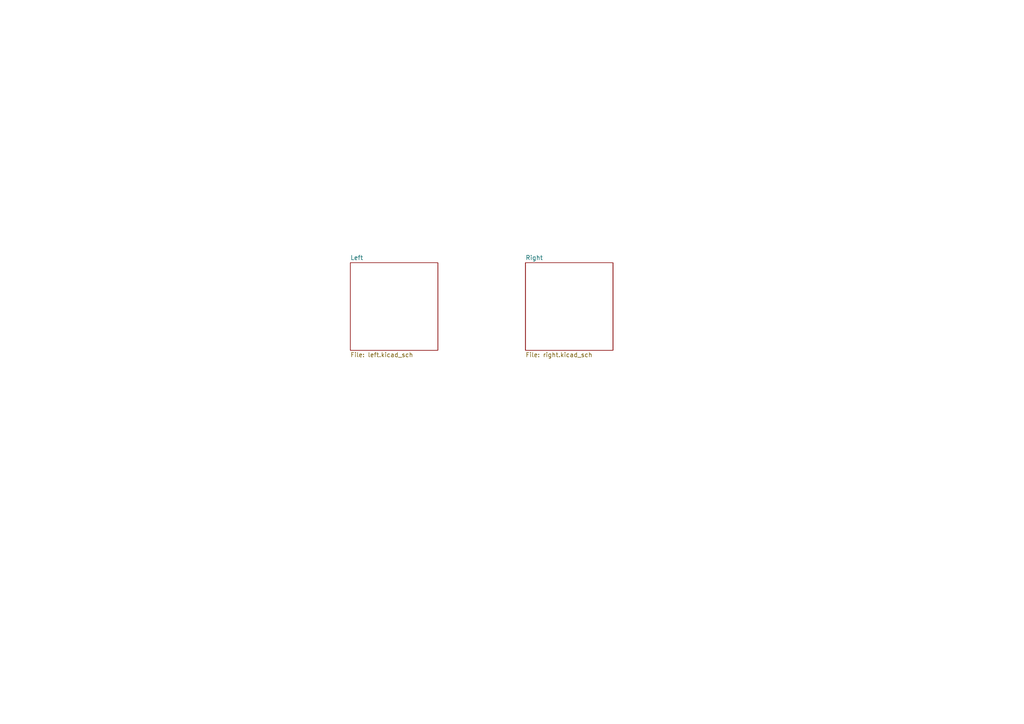
<source format=kicad_sch>
(kicad_sch
	(version 20231120)
	(generator "eeschema")
	(generator_version "8.0")
	(uuid "e2360b7f-be71-48d9-b398-9f8cd45479d6")
	(paper "A4")
	(lib_symbols)
	(sheet
		(at 101.6 76.2)
		(size 25.4 25.4)
		(fields_autoplaced yes)
		(stroke
			(width 0.1524)
			(type solid)
		)
		(fill
			(color 0 0 0 0.0000)
		)
		(uuid "8d5749a2-4d36-4f17-8c57-9c8b87d773d6")
		(property "Sheetname" "Left"
			(at 101.6 75.4884 0)
			(effects
				(font
					(size 1.27 1.27)
				)
				(justify left bottom)
			)
		)
		(property "Sheetfile" "left.kicad_sch"
			(at 101.6 102.1846 0)
			(effects
				(font
					(size 1.27 1.27)
				)
				(justify left top)
			)
		)
		(instances
			(project "keyboard_v2"
				(path "/e2360b7f-be71-48d9-b398-9f8cd45479d6"
					(page "2")
				)
			)
		)
	)
	(sheet
		(at 152.4 76.2)
		(size 25.4 25.4)
		(fields_autoplaced yes)
		(stroke
			(width 0.1524)
			(type solid)
		)
		(fill
			(color 0 0 0 0.0000)
		)
		(uuid "b599252a-0e44-4760-9c79-385d4380db60")
		(property "Sheetname" "Right"
			(at 152.4 75.4884 0)
			(effects
				(font
					(size 1.27 1.27)
				)
				(justify left bottom)
			)
		)
		(property "Sheetfile" "right.kicad_sch"
			(at 152.4 102.1846 0)
			(effects
				(font
					(size 1.27 1.27)
				)
				(justify left top)
			)
		)
		(instances
			(project "keyboard_v2"
				(path "/e2360b7f-be71-48d9-b398-9f8cd45479d6"
					(page "3")
				)
			)
		)
	)
	(sheet_instances
		(path "/"
			(page "1")
		)
	)
)
</source>
